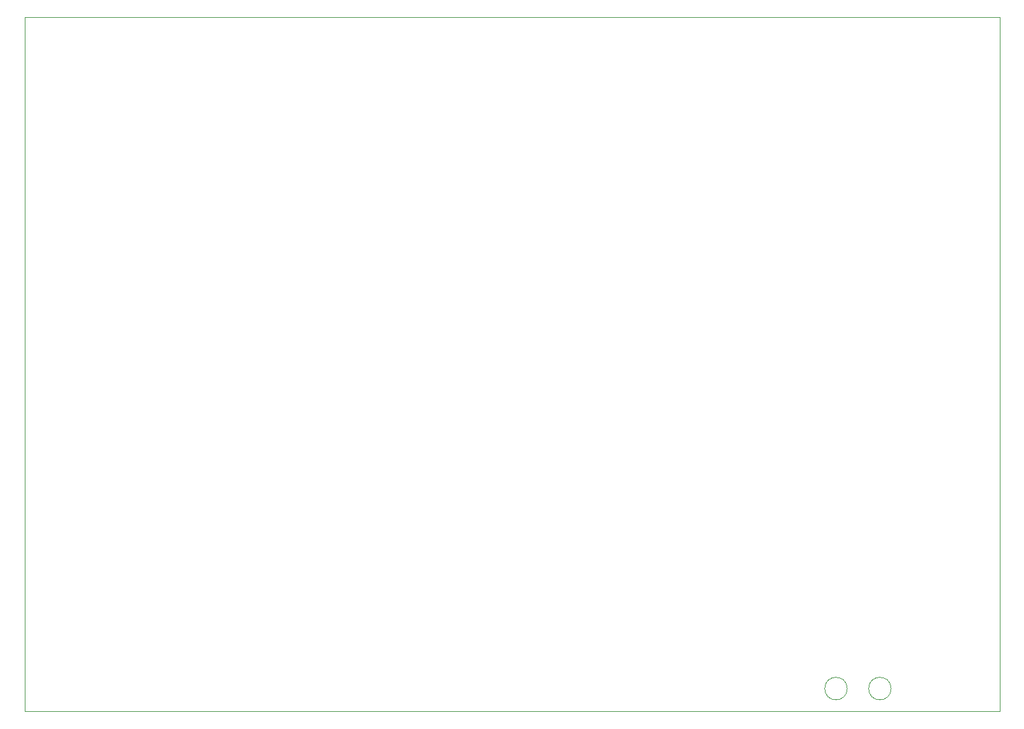
<source format=gm1>
G04 #@! TF.GenerationSoftware,KiCad,Pcbnew,(5.1.6)-1*
G04 #@! TF.CreationDate,2022-03-27T18:43:43+02:00*
G04 #@! TF.ProjectId,signalization_by_fireplace,7369676e-616c-4697-9a61-74696f6e5f62,rev?*
G04 #@! TF.SameCoordinates,Original*
G04 #@! TF.FileFunction,Profile,NP*
%FSLAX46Y46*%
G04 Gerber Fmt 4.6, Leading zero omitted, Abs format (unit mm)*
G04 Created by KiCad (PCBNEW (5.1.6)-1) date 2022-03-27 18:43:43*
%MOMM*%
%LPD*%
G01*
G04 APERTURE LIST*
G04 #@! TA.AperFunction,Profile*
%ADD10C,0.050000*%
G04 #@! TD*
G04 APERTURE END LIST*
D10*
X253468000Y-157988000D02*
G75*
G03*
X253468000Y-157988000I-1500000J0D01*
G01*
X247626000Y-157988000D02*
G75*
G03*
X247626000Y-157988000I-1500000J0D01*
G01*
X138112500Y-161036000D02*
X138112500Y-68580000D01*
X267906500Y-161036000D02*
X138112500Y-161036000D01*
X267906500Y-68580000D02*
X267906500Y-161036000D01*
X138112500Y-68580000D02*
X267906500Y-68580000D01*
M02*

</source>
